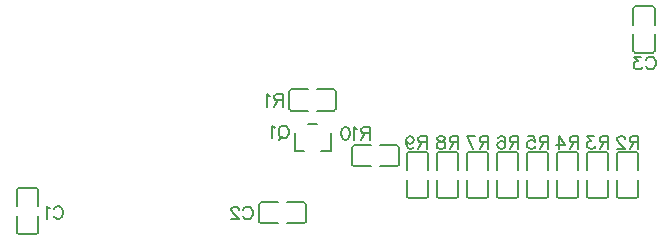
<source format=gbo>
G04 Layer: BottomSilkscreenLayer*
G04 EasyEDA v6.5.39, 2024-02-04 18:14:06*
G04 e2768ddda3314ff98ce937aebec43eb4,5509f98a9368439c9cde498926e245b9,10*
G04 Gerber Generator version 0.2*
G04 Scale: 100 percent, Rotated: No, Reflected: No *
G04 Dimensions in inches *
G04 leading zeros omitted , absolute positions ,3 integer and 6 decimal *
%FSLAX36Y36*%
%MOIN*%

%ADD10C,0.0060*%
%ADD11C,0.0080*%

%LPD*%
D10*
X312067Y336932D02*
G01*
X314113Y341023D01*
X318204Y345113D01*
X322294Y347159D01*
X330477Y347159D01*
X334567Y345113D01*
X338658Y341023D01*
X340704Y336932D01*
X342750Y330794D01*
X342750Y320567D01*
X340704Y314432D01*
X338658Y310340D01*
X334567Y306250D01*
X330477Y304205D01*
X322294Y304205D01*
X318204Y306250D01*
X314113Y310340D01*
X312067Y314432D01*
X298568Y338976D02*
G01*
X294477Y341023D01*
X288341Y347159D01*
X288341Y304205D01*
X944318Y335181D02*
G01*
X946364Y339272D01*
X950455Y343364D01*
X954544Y345408D01*
X962727Y345408D01*
X966818Y343364D01*
X970909Y339272D01*
X972955Y335181D01*
X975000Y329045D01*
X975000Y318818D01*
X972955Y312681D01*
X970909Y308591D01*
X966818Y304499D01*
X962727Y302454D01*
X954544Y302454D01*
X950455Y304499D01*
X946364Y308591D01*
X944318Y312681D01*
X928773Y335181D02*
G01*
X928773Y337226D01*
X926727Y341318D01*
X924682Y343364D01*
X920591Y345408D01*
X912408Y345408D01*
X908317Y343364D01*
X906273Y341318D01*
X904227Y337226D01*
X904227Y333135D01*
X906273Y329045D01*
X910363Y322908D01*
X930817Y302454D01*
X902182Y302454D01*
X2287668Y835181D02*
G01*
X2289714Y839272D01*
X2293805Y843364D01*
X2297894Y845408D01*
X2306076Y845408D01*
X2310168Y843364D01*
X2314259Y839272D01*
X2316305Y835181D01*
X2318350Y829045D01*
X2318350Y818818D01*
X2316305Y812681D01*
X2314259Y808591D01*
X2310168Y804499D01*
X2306076Y802454D01*
X2297894Y802454D01*
X2293805Y804499D01*
X2289714Y808591D01*
X2287668Y812681D01*
X2270077Y845408D02*
G01*
X2247577Y845408D01*
X2259849Y829045D01*
X2253714Y829045D01*
X2249623Y826999D01*
X2247577Y824954D01*
X2245532Y818818D01*
X2245532Y814726D01*
X2247577Y808591D01*
X2251667Y804499D01*
X2257804Y802454D01*
X2263941Y802454D01*
X2270077Y804499D01*
X2272123Y806545D01*
X2274167Y810635D01*
X1082700Y615399D02*
G01*
X1086800Y613400D01*
X1090900Y609299D01*
X1093000Y605199D01*
X1095000Y599000D01*
X1095000Y588800D01*
X1093000Y582699D01*
X1090900Y578600D01*
X1086800Y574499D01*
X1082700Y572500D01*
X1074499Y572500D01*
X1070500Y574499D01*
X1066400Y578600D01*
X1064300Y582699D01*
X1062299Y588800D01*
X1062299Y599000D01*
X1064300Y605199D01*
X1066400Y609299D01*
X1070500Y613400D01*
X1074499Y615399D01*
X1082700Y615399D01*
X1076599Y580599D02*
G01*
X1064300Y568400D01*
X1048800Y607199D02*
G01*
X1044700Y609299D01*
X1038500Y615399D01*
X1038500Y572500D01*
X1075000Y720408D02*
G01*
X1075000Y677454D01*
X1075000Y720408D02*
G01*
X1056590Y720408D01*
X1050455Y718364D01*
X1048409Y716318D01*
X1046364Y712226D01*
X1046364Y708135D01*
X1048409Y704045D01*
X1050455Y701999D01*
X1056590Y699954D01*
X1075000Y699954D01*
X1060681Y699954D02*
G01*
X1046364Y677454D01*
X1032863Y712226D02*
G01*
X1028773Y714272D01*
X1022636Y720408D01*
X1022636Y677454D01*
X2260000Y580408D02*
G01*
X2260000Y537454D01*
X2260000Y580408D02*
G01*
X2241590Y580408D01*
X2235455Y578364D01*
X2233409Y576318D01*
X2231364Y572226D01*
X2231364Y568135D01*
X2233409Y564045D01*
X2235455Y561999D01*
X2241590Y559954D01*
X2260000Y559954D01*
X2245681Y559954D02*
G01*
X2231364Y537454D01*
X2215817Y570181D02*
G01*
X2215817Y572226D01*
X2213773Y576318D01*
X2211727Y578364D01*
X2207636Y580408D01*
X2199454Y580408D01*
X2195363Y578364D01*
X2193317Y576318D01*
X2191273Y572226D01*
X2191273Y568135D01*
X2193317Y564045D01*
X2197408Y557908D01*
X2217863Y537454D01*
X2189227Y537454D01*
X2160000Y580408D02*
G01*
X2160000Y537454D01*
X2160000Y580408D02*
G01*
X2141590Y580408D01*
X2135455Y578364D01*
X2133409Y576318D01*
X2131364Y572226D01*
X2131364Y568135D01*
X2133409Y564045D01*
X2135455Y561999D01*
X2141590Y559954D01*
X2160000Y559954D01*
X2145681Y559954D02*
G01*
X2131364Y537454D01*
X2113773Y580408D02*
G01*
X2091273Y580408D01*
X2103545Y564045D01*
X2097408Y564045D01*
X2093317Y561999D01*
X2091273Y559954D01*
X2089227Y553818D01*
X2089227Y549726D01*
X2091273Y543591D01*
X2095363Y539499D01*
X2101499Y537454D01*
X2107636Y537454D01*
X2113773Y539499D01*
X2115817Y541545D01*
X2117863Y545635D01*
X2060000Y580408D02*
G01*
X2060000Y537454D01*
X2060000Y580408D02*
G01*
X2041590Y580408D01*
X2035455Y578364D01*
X2033409Y576318D01*
X2031364Y572226D01*
X2031364Y568135D01*
X2033409Y564045D01*
X2035455Y561999D01*
X2041590Y559954D01*
X2060000Y559954D01*
X2045681Y559954D02*
G01*
X2031364Y537454D01*
X1997408Y580408D02*
G01*
X2017863Y551772D01*
X1987182Y551772D01*
X1997408Y580408D02*
G01*
X1997408Y537454D01*
X1960000Y580408D02*
G01*
X1960000Y537454D01*
X1960000Y580408D02*
G01*
X1941590Y580408D01*
X1935455Y578364D01*
X1933409Y576318D01*
X1931364Y572226D01*
X1931364Y568135D01*
X1933409Y564045D01*
X1935455Y561999D01*
X1941590Y559954D01*
X1960000Y559954D01*
X1945681Y559954D02*
G01*
X1931364Y537454D01*
X1893317Y580408D02*
G01*
X1913773Y580408D01*
X1915817Y561999D01*
X1913773Y564045D01*
X1907636Y566091D01*
X1901499Y566091D01*
X1895363Y564045D01*
X1891273Y559954D01*
X1889227Y553818D01*
X1889227Y549726D01*
X1891273Y543591D01*
X1895363Y539499D01*
X1901499Y537454D01*
X1907636Y537454D01*
X1913773Y539499D01*
X1915817Y541545D01*
X1917863Y545635D01*
X1860000Y580408D02*
G01*
X1860000Y537454D01*
X1860000Y580408D02*
G01*
X1841590Y580408D01*
X1835455Y578364D01*
X1833409Y576318D01*
X1831364Y572226D01*
X1831364Y568135D01*
X1833409Y564045D01*
X1835455Y561999D01*
X1841590Y559954D01*
X1860000Y559954D01*
X1845681Y559954D02*
G01*
X1831364Y537454D01*
X1793317Y574272D02*
G01*
X1795363Y578364D01*
X1801499Y580408D01*
X1805591Y580408D01*
X1811727Y578364D01*
X1815817Y572226D01*
X1817863Y561999D01*
X1817863Y551772D01*
X1815817Y543591D01*
X1811727Y539499D01*
X1805591Y537454D01*
X1803545Y537454D01*
X1797408Y539499D01*
X1793317Y543591D01*
X1791273Y549726D01*
X1791273Y551772D01*
X1793317Y557908D01*
X1797408Y561999D01*
X1803545Y564045D01*
X1805591Y564045D01*
X1811727Y561999D01*
X1815817Y557908D01*
X1817863Y551772D01*
X1760000Y580408D02*
G01*
X1760000Y537454D01*
X1760000Y580408D02*
G01*
X1741590Y580408D01*
X1735455Y578364D01*
X1733409Y576318D01*
X1731364Y572226D01*
X1731364Y568135D01*
X1733409Y564045D01*
X1735455Y561999D01*
X1741590Y559954D01*
X1760000Y559954D01*
X1745681Y559954D02*
G01*
X1731364Y537454D01*
X1689227Y580408D02*
G01*
X1709682Y537454D01*
X1717863Y580408D02*
G01*
X1689227Y580408D01*
X1660000Y580408D02*
G01*
X1660000Y537454D01*
X1660000Y580408D02*
G01*
X1641590Y580408D01*
X1635455Y578364D01*
X1633409Y576318D01*
X1631364Y572226D01*
X1631364Y568135D01*
X1633409Y564045D01*
X1635455Y561999D01*
X1641590Y559954D01*
X1660000Y559954D01*
X1645681Y559954D02*
G01*
X1631364Y537454D01*
X1607636Y580408D02*
G01*
X1613773Y578364D01*
X1615817Y574272D01*
X1615817Y570181D01*
X1613773Y566091D01*
X1609682Y564045D01*
X1601499Y561999D01*
X1595363Y559954D01*
X1591273Y555864D01*
X1589227Y551772D01*
X1589227Y545635D01*
X1591273Y541545D01*
X1593317Y539499D01*
X1599454Y537454D01*
X1607636Y537454D01*
X1613773Y539499D01*
X1615817Y541545D01*
X1617863Y545635D01*
X1617863Y551772D01*
X1615817Y555864D01*
X1611727Y559954D01*
X1605591Y561999D01*
X1597408Y564045D01*
X1593317Y566091D01*
X1591273Y570181D01*
X1591273Y574272D01*
X1593317Y578364D01*
X1599454Y580408D01*
X1607636Y580408D01*
X1555000Y580408D02*
G01*
X1555000Y537454D01*
X1555000Y580408D02*
G01*
X1536590Y580408D01*
X1530455Y578364D01*
X1528409Y576318D01*
X1526364Y572226D01*
X1526364Y568135D01*
X1528409Y564045D01*
X1530455Y561999D01*
X1536590Y559954D01*
X1555000Y559954D01*
X1540681Y559954D02*
G01*
X1526364Y537454D01*
X1486273Y566091D02*
G01*
X1488317Y559954D01*
X1492408Y555864D01*
X1498545Y553818D01*
X1500591Y553818D01*
X1506727Y555864D01*
X1510817Y559954D01*
X1512863Y566091D01*
X1512863Y568135D01*
X1510817Y574272D01*
X1506727Y578364D01*
X1500591Y580408D01*
X1498545Y580408D01*
X1492408Y578364D01*
X1488317Y574272D01*
X1486273Y566091D01*
X1486273Y555864D01*
X1488317Y545635D01*
X1492408Y539499D01*
X1498545Y537454D01*
X1502636Y537454D01*
X1508773Y539499D01*
X1510817Y543591D01*
X1365000Y610408D02*
G01*
X1365000Y567454D01*
X1365000Y610408D02*
G01*
X1346590Y610408D01*
X1340455Y608364D01*
X1338409Y606318D01*
X1336364Y602226D01*
X1336364Y598135D01*
X1338409Y594045D01*
X1340455Y591999D01*
X1346590Y589954D01*
X1365000Y589954D01*
X1350681Y589954D02*
G01*
X1336364Y567454D01*
X1322863Y602226D02*
G01*
X1318773Y604272D01*
X1312636Y610408D01*
X1312636Y567454D01*
X1286863Y610408D02*
G01*
X1293000Y608364D01*
X1297091Y602226D01*
X1299135Y591999D01*
X1299135Y585864D01*
X1297091Y575635D01*
X1293000Y569499D01*
X1286863Y567454D01*
X1282772Y567454D01*
X1276635Y569499D01*
X1272545Y575635D01*
X1270500Y585864D01*
X1270500Y591999D01*
X1272545Y602226D01*
X1276635Y608364D01*
X1282772Y610408D01*
X1286863Y610408D01*
X260574Y401307D02*
G01*
X260574Y345794D01*
X189425Y345794D02*
G01*
X189425Y401307D01*
X195425Y407307D02*
G01*
X254574Y407307D01*
X260574Y258692D02*
G01*
X260574Y314205D01*
X189425Y314205D02*
G01*
X189425Y258692D01*
X195425Y252692D02*
G01*
X254574Y252692D01*
X1146306Y289425D02*
G01*
X1090794Y289425D01*
X1090794Y360574D02*
G01*
X1146306Y360574D01*
X1152307Y354574D02*
G01*
X1152307Y295425D01*
X1003693Y289425D02*
G01*
X1059205Y289425D01*
X1059205Y360574D02*
G01*
X1003693Y360574D01*
X997692Y354574D02*
G01*
X997692Y295425D01*
X2244425Y863692D02*
G01*
X2244425Y919205D01*
X2315574Y919205D02*
G01*
X2315574Y863692D01*
X2309575Y857692D02*
G01*
X2250424Y857692D01*
X2244425Y1006307D02*
G01*
X2244425Y950794D01*
X2315574Y950794D02*
G01*
X2315574Y1006307D01*
X2309575Y1012307D02*
G01*
X2250424Y1012307D01*
D11*
X1159099Y620000D02*
G01*
X1190900Y620000D01*
X1115000Y590900D02*
G01*
X1115000Y530000D01*
X1145820Y530000D01*
X1204179Y530000D02*
G01*
X1235000Y530000D01*
X1235000Y590900D01*
D10*
X1103693Y735576D02*
G01*
X1159203Y735576D01*
X1159203Y664423D02*
G01*
X1103693Y664423D01*
X1097692Y670425D02*
G01*
X1097692Y729574D01*
X1246306Y735576D02*
G01*
X1190796Y735576D01*
X1190796Y664423D02*
G01*
X1246306Y664423D01*
X1252307Y670425D02*
G01*
X1252307Y729574D01*
X2260576Y521305D02*
G01*
X2260576Y465796D01*
X2189423Y465796D02*
G01*
X2189423Y521305D01*
X2195424Y527307D02*
G01*
X2254575Y527307D01*
X2260576Y378694D02*
G01*
X2260576Y434203D01*
X2189423Y434203D02*
G01*
X2189423Y378694D01*
X2195424Y372692D02*
G01*
X2254575Y372692D01*
X2160576Y521305D02*
G01*
X2160576Y465796D01*
X2089423Y465796D02*
G01*
X2089423Y521305D01*
X2095424Y527307D02*
G01*
X2154575Y527307D01*
X2160576Y378694D02*
G01*
X2160576Y434203D01*
X2089423Y434203D02*
G01*
X2089423Y378694D01*
X2095424Y372692D02*
G01*
X2154575Y372692D01*
X2060576Y521305D02*
G01*
X2060576Y465796D01*
X1989423Y465796D02*
G01*
X1989423Y521305D01*
X1995424Y527307D02*
G01*
X2054575Y527307D01*
X2060576Y378694D02*
G01*
X2060576Y434203D01*
X1989423Y434203D02*
G01*
X1989423Y378694D01*
X1995424Y372692D02*
G01*
X2054575Y372692D01*
X1960576Y521305D02*
G01*
X1960576Y465796D01*
X1889423Y465796D02*
G01*
X1889423Y521305D01*
X1895424Y527307D02*
G01*
X1954575Y527307D01*
X1960576Y378694D02*
G01*
X1960576Y434203D01*
X1889423Y434203D02*
G01*
X1889423Y378694D01*
X1895424Y372692D02*
G01*
X1954575Y372692D01*
X1860576Y521305D02*
G01*
X1860576Y465796D01*
X1789423Y465796D02*
G01*
X1789423Y521305D01*
X1795424Y527307D02*
G01*
X1854575Y527307D01*
X1860576Y378694D02*
G01*
X1860576Y434203D01*
X1789423Y434203D02*
G01*
X1789423Y378694D01*
X1795424Y372692D02*
G01*
X1854575Y372692D01*
X1760576Y521305D02*
G01*
X1760576Y465796D01*
X1689423Y465796D02*
G01*
X1689423Y521305D01*
X1695424Y527307D02*
G01*
X1754575Y527307D01*
X1760576Y378694D02*
G01*
X1760576Y434203D01*
X1689423Y434203D02*
G01*
X1689423Y378694D01*
X1695424Y372692D02*
G01*
X1754575Y372692D01*
X1660576Y521305D02*
G01*
X1660576Y465796D01*
X1589423Y465796D02*
G01*
X1589423Y521305D01*
X1595424Y527307D02*
G01*
X1654575Y527307D01*
X1660576Y378694D02*
G01*
X1660576Y434203D01*
X1589423Y434203D02*
G01*
X1589423Y378694D01*
X1595424Y372692D02*
G01*
X1654575Y372692D01*
X1560576Y521305D02*
G01*
X1560576Y465796D01*
X1489423Y465796D02*
G01*
X1489423Y521305D01*
X1495424Y527307D02*
G01*
X1554575Y527307D01*
X1560576Y378694D02*
G01*
X1560576Y434203D01*
X1489423Y434203D02*
G01*
X1489423Y378694D01*
X1495424Y372692D02*
G01*
X1554575Y372692D01*
X1456306Y479423D02*
G01*
X1400796Y479423D01*
X1400796Y550576D02*
G01*
X1456306Y550576D01*
X1462307Y544574D02*
G01*
X1462307Y485425D01*
X1313693Y479423D02*
G01*
X1369203Y479423D01*
X1369203Y550576D02*
G01*
X1313693Y550576D01*
X1307692Y544574D02*
G01*
X1307692Y485425D01*
G75*
G01*
X189425Y401307D02*
G02*
X195425Y407307I6000J0D01*
G75*
G01*
X254575Y407307D02*
G02*
X260575Y401307I0J-6000D01*
G75*
G01*
X189425Y258693D02*
G03*
X195425Y252693I6000J0D01*
G75*
G01*
X254575Y252693D02*
G03*
X260575Y258693I0J6000D01*
G75*
G01*
X1146307Y360575D02*
G02*
X1152307Y354575I0J-6000D01*
G75*
G01*
X1152307Y295425D02*
G02*
X1146307Y289425I-6000J0D01*
G75*
G01*
X1003693Y360575D02*
G03*
X997693Y354575I0J-6000D01*
G75*
G01*
X997693Y295425D02*
G03*
X1003693Y289425I6000J0D01*
G75*
G01*
X2315575Y863693D02*
G02*
X2309575Y857693I-6000J0D01*
G75*
G01*
X2250425Y857693D02*
G02*
X2244425Y863693I0J6000D01*
G75*
G01*
X2315575Y1006307D02*
G03*
X2309575Y1012307I-6000J0D01*
G75*
G01*
X2250425Y1012307D02*
G03*
X2244425Y1006307I0J-6000D01*
G75*
G01*
X1252307Y729575D02*
G03*
X1246307Y735575I-6000J0D01*
G75*
G01*
X1246307Y664425D02*
G03*
X1252307Y670425I0J6000D01*
G75*
G01*
X1097693Y729575D02*
G02*
X1103693Y735575I6000J0D01*
G75*
G01*
X1103693Y664425D02*
G02*
X1097693Y670425I0J6000D01*
G75*
G01*
X2254575Y372693D02*
G03*
X2260575Y378693I0J6000D01*
G75*
G01*
X2189425Y378693D02*
G03*
X2195425Y372693I6000J0D01*
G75*
G01*
X2254575Y527307D02*
G02*
X2260575Y521307I0J-6000D01*
G75*
G01*
X2189425Y521307D02*
G02*
X2195425Y527307I6000J0D01*
G75*
G01*
X2154575Y372693D02*
G03*
X2160575Y378693I0J6000D01*
G75*
G01*
X2089425Y378693D02*
G03*
X2095425Y372693I6000J0D01*
G75*
G01*
X2154575Y527307D02*
G02*
X2160575Y521307I0J-6000D01*
G75*
G01*
X2089425Y521307D02*
G02*
X2095425Y527307I6000J0D01*
G75*
G01*
X2054575Y372693D02*
G03*
X2060575Y378693I0J6000D01*
G75*
G01*
X1989425Y378693D02*
G03*
X1995425Y372693I6000J0D01*
G75*
G01*
X2054575Y527307D02*
G02*
X2060575Y521307I0J-6000D01*
G75*
G01*
X1989425Y521307D02*
G02*
X1995425Y527307I6000J0D01*
G75*
G01*
X1954575Y372693D02*
G03*
X1960575Y378693I0J6000D01*
G75*
G01*
X1889425Y378693D02*
G03*
X1895425Y372693I6000J0D01*
G75*
G01*
X1954575Y527307D02*
G02*
X1960575Y521307I0J-6000D01*
G75*
G01*
X1889425Y521307D02*
G02*
X1895425Y527307I6000J0D01*
G75*
G01*
X1854575Y372693D02*
G03*
X1860575Y378693I0J6000D01*
G75*
G01*
X1789425Y378693D02*
G03*
X1795425Y372693I6000J0D01*
G75*
G01*
X1854575Y527307D02*
G02*
X1860575Y521307I0J-6000D01*
G75*
G01*
X1789425Y521307D02*
G02*
X1795425Y527307I6000J0D01*
G75*
G01*
X1754575Y372693D02*
G03*
X1760575Y378693I0J6000D01*
G75*
G01*
X1689425Y378693D02*
G03*
X1695425Y372693I6000J0D01*
G75*
G01*
X1754575Y527307D02*
G02*
X1760575Y521307I0J-6000D01*
G75*
G01*
X1689425Y521307D02*
G02*
X1695425Y527307I6000J0D01*
G75*
G01*
X1654575Y372693D02*
G03*
X1660575Y378693I0J6000D01*
G75*
G01*
X1589425Y378693D02*
G03*
X1595425Y372693I6000J0D01*
G75*
G01*
X1654575Y527307D02*
G02*
X1660575Y521307I0J-6000D01*
G75*
G01*
X1589425Y521307D02*
G02*
X1595425Y527307I6000J0D01*
G75*
G01*
X1554575Y372693D02*
G03*
X1560575Y378693I0J6000D01*
G75*
G01*
X1489425Y378693D02*
G03*
X1495425Y372693I6000J0D01*
G75*
G01*
X1554575Y527307D02*
G02*
X1560575Y521307I0J-6000D01*
G75*
G01*
X1489425Y521307D02*
G02*
X1495425Y527307I6000J0D01*
G75*
G01*
X1307693Y485425D02*
G03*
X1313693Y479425I6000J0D01*
G75*
G01*
X1313693Y550575D02*
G03*
X1307693Y544575I0J-6000D01*
G75*
G01*
X1462307Y485425D02*
G02*
X1456307Y479425I-6000J0D01*
G75*
G01*
X1456307Y550575D02*
G02*
X1462307Y544575I0J-6000D01*
M02*

</source>
